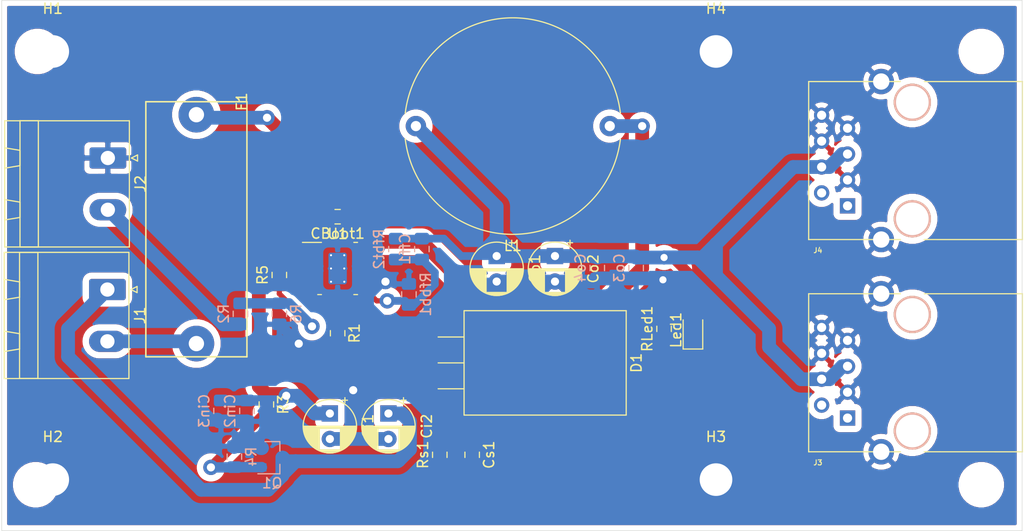
<source format=kicad_pcb>
(kicad_pcb (version 20171130) (host pcbnew 5.1.4-e60b266~84~ubuntu18.04.1)
  (layers (0 F.Cu signal) (31 B.Cu signal) (34 B.Paste user hide) (35 F.Paste user hide) (36 B.SilkS user hide) (37 F.SilkS user) (38 B.Mask user hide) (39 F.Mask user hide) (44 Edge.Cuts user))
  (net 0 "")
  (net 1 "Net-(F1-Pad2)")
  (net 2 "Net-(CBoot1-Pad2)")
  (net 3 "Net-(CBoot1-Pad1)")
  (net 4 GND)
  (net 5 "Net-(Led1-Pad1)")
  (net 6 "Net-(R1-Pad1)")
  (net 7 /Feedback)
  (net 8 "Net-(Ci1-Pad2)")
  (net 9 "Net-(Ci1-Pad1)")
  (net 10 "Net-(Ci2-Pad1)")
  (net 11 /snbr)
  (net 12 "Net-(J2-Pad2)")
  (net 13 "Net-(Q1-Pad1)")
  (net 14 "Net-(R2-Pad1)")
  (net 15 /CAN_18V)
  (module MFP19RJ45:RJ45_YH59_01 (layer F.Cu) (at 171.896 155.15 90)
    (fp_text reference J4 (at -4.364296 -2.909696 180) (layer F.SilkS) (effects (font (size 0.5 0.5) (thickness 0.1))))
    (fp_text value RJ45_Shielded)
    (pad "" np_thru_hole circle (at 10.165 6.346 90) (size 3.65 3.65) (drill 3.2) (layers *.Cu *.SilkS *.Mask))
    (pad "" np_thru_hole circle (at -1.265 6.346 90) (size 3.65 3.65) (drill 3.2) (layers *.Cu *.SilkS *.Mask))
    (pad 1 thru_hole rect (at 0.005 -0.004 90) (size 1.5 1.5) (drill 0.9) (layers *.Cu *.Mask))
    (pad 2 thru_hole circle (at 1.275 -2.544 90) (size 1.5 1.5) (drill 0.9) (layers *.Cu *.Mask))
    (pad 3 thru_hole circle (at 2.545 -0.004 90) (size 1.5 1.5) (drill 0.9) (layers *.Cu *.Mask) (net 4 GND))
    (pad 4 thru_hole circle (at 3.815 -2.544 90) (size 1.5 1.5) (drill 0.9) (layers *.Cu *.Mask) (net 15 /CAN_18V))
    (pad 5 thru_hole circle (at 5.085 -0.004 90) (size 1.5 1.5) (drill 0.9) (layers *.Cu *.Mask) (net 15 /CAN_18V))
    (pad 6 thru_hole circle (at 6.355 -2.544 90) (size 1.5 1.5) (drill 0.9) (layers *.Cu *.Mask) (net 4 GND))
    (pad 7 thru_hole circle (at 7.625 -0.004 90) (size 1.5 1.5) (drill 0.9) (layers *.Cu *.Mask) (net 4 GND))
    (pad 8 thru_hole circle (at 8.895 -2.544 90) (size 1.5 1.5) (drill 0.9) (layers *.Cu *.Mask) (net 4 GND))
    (pad 9 thru_hole circle (at -3.3 3.296 90) (size 2.5 2.5) (drill 1.6) (layers *.Cu *.Mask) (net 4 GND))
    (pad 9 thru_hole circle (at 12.2 3.296 90) (size 2.5 2.5) (drill 1.6) (layers *.Cu *.Mask) (net 4 GND))
  )
  (module MFP19RJ45:RJ45_YH59_01 (layer F.Cu) (at 171.896 175.968 90)
    (fp_text reference J3 (at -4.364296 -2.909696 180) (layer F.SilkS) (effects (font (size 0.5 0.5) (thickness 0.1))))
    (fp_text value RJ45_Shielded)
    (pad "" np_thru_hole circle (at 10.165 6.346 90) (size 3.65 3.65) (drill 3.2) (layers *.Cu *.SilkS *.Mask))
    (pad "" np_thru_hole circle (at -1.265 6.346 90) (size 3.65 3.65) (drill 3.2) (layers *.Cu *.SilkS *.Mask))
    (pad 1 thru_hole rect (at 0.005 -0.004 90) (size 1.5 1.5) (drill 0.9) (layers *.Cu *.Mask))
    (pad 2 thru_hole circle (at 1.275 -2.544 90) (size 1.5 1.5) (drill 0.9) (layers *.Cu *.Mask))
    (pad 3 thru_hole circle (at 2.545 -0.004 90) (size 1.5 1.5) (drill 0.9) (layers *.Cu *.Mask) (net 4 GND))
    (pad 4 thru_hole circle (at 3.815 -2.544 90) (size 1.5 1.5) (drill 0.9) (layers *.Cu *.Mask) (net 15 /CAN_18V))
    (pad 5 thru_hole circle (at 5.085 -0.004 90) (size 1.5 1.5) (drill 0.9) (layers *.Cu *.Mask) (net 15 /CAN_18V))
    (pad 6 thru_hole circle (at 6.355 -2.544 90) (size 1.5 1.5) (drill 0.9) (layers *.Cu *.Mask) (net 4 GND))
    (pad 7 thru_hole circle (at 7.625 -0.004 90) (size 1.5 1.5) (drill 0.9) (layers *.Cu *.Mask) (net 4 GND))
    (pad 8 thru_hole circle (at 8.895 -2.544 90) (size 1.5 1.5) (drill 0.9) (layers *.Cu *.Mask) (net 4 GND))
    (pad 9 thru_hole circle (at -3.3 3.296 90) (size 2.5 2.5) (drill 1.6) (layers *.Cu *.Mask) (net 4 GND))
    (pad 9 thru_hole circle (at 12.2 3.296 90) (size 2.5 2.5) (drill 1.6) (layers *.Cu *.Mask) (net 4 GND))
  )
  (module KicadZeniteSolarLibrary18:Fuse_Holder_5x20 (layer F.Cu) (at 113.03 144.9324 270)
    (fp_text reference F1 (at 0 0.5 90) (layer F.SilkS))
    (fp_text value 2A)
    (pad 1 thru_hole circle (at 1.27 4.953 270) (size 3.5 3.5) (drill 1.5) (layers *.Cu *.Mask) (net 9 "Net-(Ci1-Pad1)"))
    (pad 2 thru_hole circle (at 23.7236 4.953 270) (size 3.5 3.5) (drill 1.5) (layers *.Cu *.Mask) (net 1 "Net-(F1-Pad2)"))
  )
  (module MountingHole:MountingHole_3.2mm_M3 (layer F.Cu) (at 159 140)
    (fp_text reference H4 (at 0 -4.2) (layer F.SilkS))
    (fp_text value MountingHole)
    (pad 1 np_thru_hole circle (at 0 0) (size 3.2 3.2) (drill 3.2) (layers *.Cu *.Mask))
  )
  (module MountingHole:MountingHole_3.2mm_M3 (layer F.Cu) (at 159 182)
    (fp_text reference H3 (at 0 -4.2) (layer F.SilkS))
    (fp_text value MountingHole)
    (pad 1 np_thru_hole circle (at 0 0) (size 3.2 3.2) (drill 3.2) (layers *.Cu *.Mask))
  )
  (module MountingHole:MountingHole_3.2mm_M3 (layer F.Cu) (at 94 182)
    (fp_text reference H2 (at 0 -4.2) (layer F.SilkS))
    (fp_text value MountingHole)
    (pad 1 np_thru_hole circle (at 0 0) (size 3.2 3.2) (drill 3.2) (layers *.Cu *.Mask))
  )
  (module MountingHole:MountingHole_3.2mm_M3 (layer F.Cu) (at 94 140)
    (fp_text reference H1 (at 0 -4.2) (layer F.SilkS))
    (fp_text value MountingHole)
    (pad 1 np_thru_hole circle (at 0 0) (size 3.2 3.2) (drill 3.2) (layers *.Cu *.Mask))
  )
  (module Resistor_SMD:R_0805_2012Metric_Pad1.15x1.40mm_HandSolder (layer B.Cu) (at 111.8 179.75 90)
    (fp_text reference R4 (at 0 1.65 270) (layer B.SilkS) (effects (justify mirror)))
    (fp_text value 100K)
    (pad 2 smd roundrect (at 1.025 0 90) (size 1.15 1.4) (layers B.Cu B.Paste B.Mask) (roundrect_rratio 0.217391) (net 4 GND))
    (pad 1 smd roundrect (at -1.025 0 90) (size 1.15 1.4) (layers B.Cu B.Paste B.Mask) (roundrect_rratio 0.217391) (net 13 "Net-(Q1-Pad1)"))
  )
  (module Package_SO:Texas_R-PDSO-G8_EP2.95x4.9mm_Mask2.4x3.1mm_ThermalVias (layer F.Cu) (at 121.92 161.29)
    (fp_text reference U1 (at 0 -3.4) (layer F.SilkS))
    (fp_text value LMR16030)
    (pad 8 smd roundrect (at 2.5625 -1.905) (size 1.775 0.6) (layers F.Cu F.Paste F.Mask) (net 3 "Net-(CBoot1-Pad1)"))
    (pad 7 smd roundrect (at 2.5625 -0.635) (size 1.775 0.6) (layers F.Cu F.Paste F.Mask) (net 4 GND))
    (pad 6 smd roundrect (at 2.5625 0.635) (size 1.775 0.6) (layers F.Cu F.Paste F.Mask))
    (pad 5 smd roundrect (at 2.5625 1.905) (size 1.775 0.6) (layers F.Cu F.Paste F.Mask) (net 7 /Feedback))
    (pad 4 smd roundrect (at -2.5625 1.905) (size 1.775 0.6) (layers F.Cu F.Paste F.Mask) (net 6 "Net-(R1-Pad1)"))
    (pad 3 smd roundrect (at -2.5625 0.635) (size 1.775 0.6) (layers F.Cu F.Paste F.Mask) (net 14 "Net-(R2-Pad1)"))
    (pad 2 smd roundrect (at -2.5625 -0.635) (size 1.775 0.6) (layers F.Cu F.Paste F.Mask) (net 9 "Net-(Ci1-Pad1)"))
    (pad 1 smd roundrect (at -2.5625 -1.905) (size 1.775 0.6) (layers F.Cu F.Paste F.Mask) (net 2 "Net-(CBoot1-Pad2)"))
    (pad 9 smd roundrect (at 0 0) (size 1.8 3.1) (layers B.Cu) (roundrect_rratio 0.138889) (net 4 GND))
    (pad 9 thru_hole circle (at 0.65 1.3) (size 0.5 0.5) (drill 0.2) (layers *.Cu) (net 4 GND))
    (pad 9 thru_hole circle (at -0.65 1.3) (size 0.5 0.5) (drill 0.2) (layers *.Cu) (net 4 GND))
    (pad 9 thru_hole circle (at 0.65 0) (size 0.5 0.5) (drill 0.2) (layers *.Cu) (net 4 GND))
    (pad 9 thru_hole circle (at -0.65 0) (size 0.5 0.5) (drill 0.2) (layers *.Cu) (net 4 GND))
    (pad 9 thru_hole circle (at 0.65 -1.3) (size 0.5 0.5) (drill 0.2) (layers *.Cu) (net 4 GND))
    (pad 9 thru_hole circle (at -0.65 -1.3) (size 0.5 0.5) (drill 0.2) (layers *.Cu) (net 4 GND))
    (pad 9 smd roundrect (at 0 0) (size 2.95 4.9) (layers F.Cu) (roundrect_rratio 0.084746) (net 4 GND))
  )
  (module Resistor_SMD:R_0805_2012Metric_Pad1.15x1.40mm_HandSolder (layer F.Cu) (at 131.93 179.565 90)
    (fp_text reference Rs1 (at 0 -1.65 90) (layer F.SilkS))
    (fp_text value 2k2)
    (pad 2 smd roundrect (at 1.025 0 90) (size 1.15 1.4) (layers F.Cu F.Paste F.Mask) (roundrect_rratio 0.217391) (net 4 GND))
    (pad 1 smd roundrect (at -1.025 0 90) (size 1.15 1.4) (layers F.Cu F.Paste F.Mask) (roundrect_rratio 0.217391) (net 11 /snbr))
  )
  (module Resistor_SMD:R_0805_2012Metric_Pad1.15x1.40mm_HandSolder (layer F.Cu) (at 153.91 167.21 90)
    (fp_text reference RLed1 (at 0 -1.65 90) (layer F.SilkS))
    (fp_text value 1k5)
    (pad 2 smd roundrect (at 1.025 0 90) (size 1.15 1.4) (layers F.Cu F.Paste F.Mask) (roundrect_rratio 0.217391) (net 4 GND))
    (pad 1 smd roundrect (at -1.025 0 90) (size 1.15 1.4) (layers F.Cu F.Paste F.Mask) (roundrect_rratio 0.217391) (net 5 "Net-(Led1-Pad1)"))
  )
  (module Resistor_SMD:R_0805_2012Metric_Pad1.15x1.40mm_HandSolder (layer B.Cu) (at 127.635 159.385 270)
    (fp_text reference Rfbt2 (at 0 1.65 270) (layer B.SilkS) (effects (justify mirror)))
    (fp_text value 230k)
    (pad 2 smd roundrect (at 1.025 0 270) (size 1.15 1.4) (layers B.Cu B.Paste B.Mask) (roundrect_rratio 0.217391) (net 7 /Feedback))
    (pad 1 smd roundrect (at -1.025 0 270) (size 1.15 1.4) (layers B.Cu B.Paste B.Mask) (roundrect_rratio 0.217391) (net 15 /CAN_18V))
  )
  (module Resistor_SMD:R_0805_2012Metric_Pad1.15x1.40mm_HandSolder (layer B.Cu) (at 128.905 163.83 90)
    (fp_text reference Rfbb1 (at 0 1.65 270) (layer B.SilkS) (effects (justify mirror)))
    (fp_text value 8k2)
    (pad 2 smd roundrect (at 1.025 0 90) (size 1.15 1.4) (layers B.Cu B.Paste B.Mask) (roundrect_rratio 0.217391) (net 4 GND))
    (pad 1 smd roundrect (at -1.025 0 90) (size 1.15 1.4) (layers B.Cu B.Paste B.Mask) (roundrect_rratio 0.217391) (net 7 /Feedback))
  )
  (module Resistor_SMD:R_0805_2012Metric_Pad1.15x1.40mm_HandSolder (layer B.Cu) (at 116.205 165.735 90)
    (fp_text reference R6 (at 0 1.65 270) (layer B.SilkS) (effects (justify mirror)))
    (fp_text value NA)
    (pad 2 smd roundrect (at 1.025 0 90) (size 1.15 1.4) (layers B.Cu B.Paste B.Mask) (roundrect_rratio 0.217391) (net 14 "Net-(R2-Pad1)"))
    (pad 1 smd roundrect (at -1.025 0 90) (size 1.15 1.4) (layers B.Cu B.Paste B.Mask) (roundrect_rratio 0.217391) (net 4 GND))
  )
  (module Resistor_SMD:R_0805_2012Metric_Pad1.15x1.40mm_HandSolder (layer F.Cu) (at 116.205 161.925 90)
    (fp_text reference R5 (at 0 -1.65 90) (layer F.SilkS))
    (fp_text value 10K)
    (pad 2 smd roundrect (at 1.025 0 90) (size 1.15 1.4) (layers F.Cu F.Paste F.Mask) (roundrect_rratio 0.217391) (net 9 "Net-(Ci1-Pad1)"))
    (pad 1 smd roundrect (at -1.025 0 90) (size 1.15 1.4) (layers F.Cu F.Paste F.Mask) (roundrect_rratio 0.217391) (net 14 "Net-(R2-Pad1)"))
  )
  (module Resistor_SMD:R_0805_2012Metric_Pad1.15x1.40mm_HandSolder (layer F.Cu) (at 114.935 174.625 270)
    (fp_text reference R3 (at 0 -1.65 90) (layer F.SilkS))
    (fp_text value 220K)
    (pad 2 smd roundrect (at 1.025 0 270) (size 1.15 1.4) (layers F.Cu F.Paste F.Mask) (roundrect_rratio 0.217391) (net 13 "Net-(Q1-Pad1)"))
    (pad 1 smd roundrect (at -1.025 0 270) (size 1.15 1.4) (layers F.Cu F.Paste F.Mask) (roundrect_rratio 0.217391) (net 9 "Net-(Ci1-Pad1)"))
  )
  (module Resistor_SMD:R_0805_2012Metric_Pad1.15x1.40mm_HandSolder (layer B.Cu) (at 112.395 165.735 270)
    (fp_text reference R2 (at 0 1.65 270) (layer B.SilkS) (effects (justify mirror)))
    (fp_text value 100)
    (pad 2 smd roundrect (at 1.025 0 270) (size 1.15 1.4) (layers B.Cu B.Paste B.Mask) (roundrect_rratio 0.217391) (net 12 "Net-(J2-Pad2)"))
    (pad 1 smd roundrect (at -1.025 0 270) (size 1.15 1.4) (layers B.Cu B.Paste B.Mask) (roundrect_rratio 0.217391) (net 14 "Net-(R2-Pad1)"))
  )
  (module Resistor_SMD:R_0805_2012Metric_Pad1.15x1.40mm_HandSolder (layer F.Cu) (at 121.92 167.64 270)
    (fp_text reference R1 (at 0 -1.65 90) (layer F.SilkS))
    (fp_text value 47k)
    (pad 2 smd roundrect (at 1.025 0 270) (size 1.15 1.4) (layers F.Cu F.Paste F.Mask) (roundrect_rratio 0.217391) (net 4 GND))
    (pad 1 smd roundrect (at -1.025 0 270) (size 1.15 1.4) (layers F.Cu F.Paste F.Mask) (roundrect_rratio 0.217391) (net 6 "Net-(R1-Pad1)"))
  )
  (module Package_TO_SOT_SMD:SOT-23 (layer B.Cu) (at 115.5 179.85)
    (fp_text reference Q1 (at 0 2.5) (layer B.SilkS) (effects (justify mirror)))
    (fp_text value Si2308CDS)
    (pad 3 smd rect (at 1 0) (size 0.9 0.8) (layers B.Cu B.Paste B.Mask) (net 10 "Net-(Ci2-Pad1)"))
    (pad 2 smd rect (at -1 -0.95) (size 0.9 0.8) (layers B.Cu B.Paste B.Mask) (net 4 GND))
    (pad 1 smd rect (at -1 0.95) (size 0.9 0.8) (layers B.Cu B.Paste B.Mask) (net 13 "Net-(Q1-Pad1)"))
  )
  (module LED_SMD:LED_0805_2012Metric_Pad1.15x1.40mm_HandSolder (layer F.Cu) (at 156.74 167.33 90)
    (fp_text reference Led1 (at 0 -1.65 90) (layer F.SilkS))
    (fp_text value LED)
    (pad 2 smd roundrect (at 1.025 0 90) (size 1.15 1.4) (layers F.Cu F.Paste F.Mask) (roundrect_rratio 0.217391) (net 15 /CAN_18V))
    (pad 1 smd roundrect (at -1.025 0 90) (size 1.15 1.4) (layers F.Cu F.Paste F.Mask) (roundrect_rratio 0.217391) (net 5 "Net-(Led1-Pad1)"))
  )
  (module Inductor_THT:L_Radial_D21.0mm_P19.00mm (layer F.Cu) (at 148.59 147.32 180)
    (fp_text reference L1 (at 9.5 -11.75) (layer F.SilkS))
    (fp_text value 100uH)
    (pad 2 thru_hole circle (at 19 0 180) (size 2 2) (drill 1) (layers *.Cu *.Mask) (net 15 /CAN_18V))
    (pad 1 thru_hole circle (at 0 0 180) (size 2 2) (drill 1) (layers *.Cu *.Mask) (net 3 "Net-(CBoot1-Pad1)"))
  )
  (module Connector_Phoenix_MSTB:PhoenixContact_MSTBA_2,5_2-G-5,08_1x02_P5.08mm_Horizontal (layer F.Cu) (at 99.4 150.45 270)
    (fp_text reference J2 (at 2.54 -3.2 90) (layer F.SilkS))
    (fp_text value MSTBA)
    (pad 2 thru_hole oval (at 5.08 0 270) (size 2.08 3.6) (drill 1.4) (layers *.Cu *.Mask) (net 12 "Net-(J2-Pad2)"))
    (pad 1 thru_hole roundrect (at 0 0 270) (size 2.08 3.6) (drill 1.4) (layers *.Cu *.Mask) (roundrect_rratio 0.120192) (net 4 GND))
  )
  (module Connector_Phoenix_MSTB:PhoenixContact_MSTBA_2,5_2-G-5,08_1x02_P5.08mm_Horizontal (layer F.Cu) (at 99.355 163.355 270)
    (fp_text reference J1 (at 2.54 -3.2 90) (layer F.SilkS))
    (fp_text value MSTBA)
    (pad 2 thru_hole oval (at 5.08 0 270) (size 2.08 3.6) (drill 1.4) (layers *.Cu *.Mask) (net 1 "Net-(F1-Pad2)"))
    (pad 1 thru_hole roundrect (at 0 0 270) (size 2.08 3.6) (drill 1.4) (layers *.Cu *.Mask) (roundrect_rratio 0.120192) (net 10 "Net-(Ci2-Pad1)"))
  )
  (module Capacitor_SMD:C_0805_2012Metric_Pad1.15x1.40mm_HandSolder (layer F.Cu) (at 135.105 179.565 270)
    (fp_text reference Cs1 (at 0 -1.65 90) (layer F.SilkS))
    (fp_text value 100n)
    (pad 2 smd roundrect (at 1.025 0 270) (size 1.15 1.4) (layers F.Cu F.Paste F.Mask) (roundrect_rratio 0.217391) (net 11 /snbr))
    (pad 1 smd roundrect (at -1.025 0 270) (size 1.15 1.4) (layers F.Cu F.Paste F.Mask) (roundrect_rratio 0.217391) (net 3 "Net-(CBoot1-Pad1)"))
  )
  (module Capacitor_SMD:C_0805_2012Metric_Pad1.15x1.40mm_HandSolder (layer B.Cu) (at 147.365 161.24 270)
    (fp_text reference Co4 (at 0 1.65 270) (layer B.SilkS) (effects (justify mirror)))
    (fp_text value 0.1u)
    (pad 2 smd roundrect (at 1.025 0 270) (size 1.15 1.4) (layers B.Cu B.Paste B.Mask) (roundrect_rratio 0.217391) (net 4 GND))
    (pad 1 smd roundrect (at -1.025 0 270) (size 1.15 1.4) (layers B.Cu B.Paste B.Mask) (roundrect_rratio 0.217391) (net 15 /CAN_18V))
  )
  (module Capacitor_SMD:C_0805_2012Metric_Pad1.15x1.40mm_HandSolder (layer B.Cu) (at 151.175 161.24 270)
    (fp_text reference Co3 (at 0 1.65 270) (layer B.SilkS) (effects (justify mirror)))
    (fp_text value o.1u)
    (pad 2 smd roundrect (at 1.025 0 270) (size 1.15 1.4) (layers B.Cu B.Paste B.Mask) (roundrect_rratio 0.217391) (net 4 GND))
    (pad 1 smd roundrect (at -1.025 0 270) (size 1.15 1.4) (layers B.Cu B.Paste B.Mask) (roundrect_rratio 0.217391) (net 15 /CAN_18V))
  )
  (module Capacitor_THT:CP_Radial_D5.0mm_P2.50mm (layer F.Cu) (at 143.22 160.07 270)
    (fp_text reference Co2 (at 1.25 -3.75 90) (layer F.SilkS))
    (fp_text value 47u)
    (pad 2 thru_hole circle (at 2.5 0 270) (size 1.6 1.6) (drill 0.8) (layers *.Cu *.Mask) (net 4 GND))
    (pad 1 thru_hole rect (at 0 0 270) (size 1.6 1.6) (drill 0.8) (layers *.Cu *.Mask) (net 15 /CAN_18V))
  )
  (module Capacitor_THT:CP_Radial_D5.0mm_P2.50mm (layer F.Cu) (at 137.505 160.07 270)
    (fp_text reference Co1 (at 1.25 -3.75 90) (layer F.SilkS))
    (fp_text value 47u)
    (pad 2 thru_hole circle (at 2.5 0 270) (size 1.6 1.6) (drill 0.8) (layers *.Cu *.Mask) (net 4 GND))
    (pad 1 thru_hole rect (at 0 0 270) (size 1.6 1.6) (drill 0.8) (layers *.Cu *.Mask) (net 15 /CAN_18V))
  )
  (module Capacitor_SMD:C_0805_2012Metric_Pad1.15x1.40mm_HandSolder (layer B.Cu) (at 110.49 175.26 270)
    (fp_text reference Cin3 (at 0 1.65 270) (layer B.SilkS) (effects (justify mirror)))
    (fp_text value 100nF)
    (pad 2 smd roundrect (at 1.025 0 270) (size 1.15 1.4) (layers B.Cu B.Paste B.Mask) (roundrect_rratio 0.217391) (net 4 GND))
    (pad 1 smd roundrect (at -1.025 0 270) (size 1.15 1.4) (layers B.Cu B.Paste B.Mask) (roundrect_rratio 0.217391) (net 9 "Net-(Ci1-Pad1)"))
  )
  (module Capacitor_SMD:C_0805_2012Metric_Pad1.15x1.40mm_HandSolder (layer B.Cu) (at 113.03 175.26 270)
    (fp_text reference Cin2 (at 0 1.65 270) (layer B.SilkS) (effects (justify mirror)))
    (fp_text value 100nF)
    (pad 2 smd roundrect (at 1.025 0 270) (size 1.15 1.4) (layers B.Cu B.Paste B.Mask) (roundrect_rratio 0.217391) (net 4 GND))
    (pad 1 smd roundrect (at -1.025 0 270) (size 1.15 1.4) (layers B.Cu B.Paste B.Mask) (roundrect_rratio 0.217391) (net 9 "Net-(Ci1-Pad1)"))
  )
  (module Capacitor_THT:CP_Radial_D5.0mm_P2.50mm (layer F.Cu) (at 126.9 175.514 270)
    (fp_text reference Ci2 (at 1.25 -3.75 90) (layer F.SilkS))
    (fp_text value 10u)
    (pad 2 thru_hole circle (at 2.5 0 270) (size 1.6 1.6) (drill 0.8) (layers *.Cu *.Mask) (net 8 "Net-(Ci1-Pad2)"))
    (pad 1 thru_hole rect (at 0 0 270) (size 1.6 1.6) (drill 0.8) (layers *.Cu *.Mask) (net 10 "Net-(Ci2-Pad1)"))
  )
  (module Capacitor_THT:CP_Radial_D5.0mm_P2.50mm (layer F.Cu) (at 121.158 175.514 270)
    (fp_text reference Ci1 (at 1.25 -3.75 90) (layer F.SilkS))
    (fp_text value 10u)
    (pad 2 thru_hole circle (at 2.5 0 270) (size 1.6 1.6) (drill 0.8) (layers *.Cu *.Mask) (net 8 "Net-(Ci1-Pad2)"))
    (pad 1 thru_hole rect (at 0 0 270) (size 1.6 1.6) (drill 0.8) (layers *.Cu *.Mask) (net 9 "Net-(Ci1-Pad1)"))
  )
  (module Capacitor_SMD:C_0805_2012Metric_Pad1.15x1.40mm_HandSolder (layer B.Cu) (at 130.175 159.385 270)
    (fp_text reference Cff1 (at 0 1.65 270) (layer B.SilkS) (effects (justify mirror)))
    (fp_text value na)
    (pad 2 smd roundrect (at 1.025 0 270) (size 1.15 1.4) (layers B.Cu B.Paste B.Mask) (roundrect_rratio 0.217391) (net 7 /Feedback))
    (pad 1 smd roundrect (at -1.025 0 270) (size 1.15 1.4) (layers B.Cu B.Paste B.Mask) (roundrect_rratio 0.217391) (net 15 /CAN_18V))
  )
  (module Capacitor_SMD:C_0805_2012Metric_Pad1.15x1.40mm_HandSolder (layer F.Cu) (at 121.92 156.21 180)
    (fp_text reference CBoot1 (at 0 -1.65) (layer F.SilkS))
    (fp_text value 100nF)
    (pad 2 smd roundrect (at 1.025 0 180) (size 1.15 1.4) (layers F.Cu F.Paste F.Mask) (roundrect_rratio 0.217391) (net 2 "Net-(CBoot1-Pad2)"))
    (pad 1 smd roundrect (at -1.025 0 180) (size 1.15 1.4) (layers F.Cu F.Paste F.Mask) (roundrect_rratio 0.217391) (net 3 "Net-(CBoot1-Pad1)"))
  )
  (module Package_TO_SOT_THT:TO-220-3_Horizontal_TabDown_SMD (layer F.Cu) (at 130.62 168.01 270)
    (fp_text reference D1 (at 2.54 -20.58 90) (layer F.SilkS))
    (fp_text value MBR20200CTG)
    (pad 3 smd rect (at 5.08 0 270) (size 1.905 4) (layers F.Cu F.Paste F.Mask) (net 4 GND))
    (pad 2 smd rect (at 2.54 0 270) (size 1.905 4) (layers F.Cu F.Paste F.Mask) (net 3 "Net-(CBoot1-Pad1)"))
    (pad 1 smd rect (at 0 0 270) (size 1.905 4) (layers F.Cu F.Paste F.Mask) (net 4 GND))
    (pad 2 smd rect (at 2.54 -11.43 270) (size 12 17) (layers F.Cu F.Paste F.Mask) (net 3 "Net-(CBoot1-Pad1)"))
  )
  (gr_line (start 89 187) (end 89 135) (layer Edge.Cuts) (width 0.05))
  (gr_line (start 189 187) (end 89 187) (layer Edge.Cuts) (width 0.05))
  (gr_line (start 189 135) (end 189 187) (layer Edge.Cuts) (width 0.05))
  (gr_line (start 89 135) (end 189 135) (layer Edge.Cuts) (width 0.05))
  (segment (start 107.856 168.435) (end 108.077 168.656) (width 1.35) (layer B.Cu) (net 1))
  (segment (start 99.355 168.435) (end 107.856 168.435) (width 1.35) (layer B.Cu) (net 1))
  (segment (start 119.3575 157.7475) (end 119.3575 159.385) (width 0.508) (layer F.Cu) (net 2))
  (segment (start 120.895 156.21) (end 119.3575 157.7475) (width 0.508) (layer F.Cu) (net 2))
  (segment (start 124.4825 157.7475) (end 124.4825 159.385) (width 0.508) (layer F.Cu) (net 3))
  (segment (start 122.945 156.21) (end 124.4825 157.7475) (width 0.508) (layer F.Cu) (net 3))
  (segment (start 148.59 147.32) (end 151.765 147.32) (width 1.35) (layer B.Cu) (net 3))
  (segment (start 151.765 147.32) (end 151.765 161.25) (width 1.35) (layer F.Cu) (net 3))
  (via (at 151.765 147.32) (size 1.5) (drill 0.8) (layers F.Cu B.Cu) (net 3))
  (segment (start 142.2 170.815) (end 139.7 170.815) (width 1.35) (layer F.Cu) (net 3))
  (segment (start 137.2 170.815) (end 139.7 170.815) (width 1.35) (layer F.Cu) (net 3))
  (segment (start 135.105 176.095) (end 140.75 170.45) (width 0.508) (layer F.Cu) (net 3))
  (segment (start 130.62 170.55) (end 142.05 170.55) (width 1.35) (layer F.Cu) (net 3))
  (segment (start 135.105 177.495) (end 142.05 170.55) (width 1.35) (layer F.Cu) (net 3))
  (segment (start 135.105 178.54) (end 135.105 177.495) (width 1.35) (layer F.Cu) (net 3))
  (segment (start 124.70501 158.669991) (end 124.70501 158.7675) (width 1.35) (layer F.Cu) (net 3))
  (segment (start 130.169991 158.669991) (end 124.70501 158.669991) (width 1.35) (layer F.Cu) (net 3))
  (segment (start 135.105 177.105) (end 134.2 176.2) (width 1.35) (layer F.Cu) (net 3))
  (segment (start 135.105 177.495) (end 135.105 177.105) (width 1.35) (layer F.Cu) (net 3))
  (segment (start 134.25 164.45) (end 134.8 165) (width 1.35) (layer F.Cu) (net 3))
  (segment (start 134.25 162.75) (end 134.25 164.45) (width 1.35) (layer F.Cu) (net 3))
  (segment (start 134.25 162.75) (end 130.169991 158.669991) (width 1.35) (layer F.Cu) (net 3))
  (segment (start 142.05 170.55) (end 134.25 162.75) (width 1.35) (layer F.Cu) (net 3))
  (segment (start 149.9075 165.2925) (end 149.8 165.4) (width 1.35) (layer F.Cu) (net 3))
  (segment (start 149.9075 163.1075) (end 149.9075 165.2925) (width 1.35) (layer F.Cu) (net 3))
  (segment (start 149.9075 163.1075) (end 142.2 170.815) (width 1.35) (layer F.Cu) (net 3))
  (segment (start 151.765 161.25) (end 149.9075 163.1075) (width 1.35) (layer F.Cu) (net 3))
  (segment (start 147.22 160.07) (end 147.365 160.215) (width 1.35) (layer B.Cu) (net 15))
  (segment (start 143.22 160.07) (end 147.22 160.07) (width 1.35) (layer B.Cu) (net 15))
  (via (at 153.91 160.21) (size 1.2) (drill 0.7) (layers F.Cu B.Cu) (net 15))
  (segment (start 137.505 155.235) (end 129.59 147.32) (width 1.35) (layer B.Cu) (net 15))
  (segment (start 151.175 160.215) (end 151.175 160.125) (width 1.35) (layer B.Cu) (net 15))
  (segment (start 147.48 160.1) (end 151.06 160.1) (width 1.35) (layer B.Cu) (net 15))
  (segment (start 147.365 160.215) (end 147.48 160.1) (width 1.35) (layer B.Cu) (net 15))
  (segment (start 151.06 160.1) (end 151.175 160.215) (width 1.35) (layer B.Cu) (net 15))
  (segment (start 122.555 160.655) (end 121.92 161.29) (width 0.508) (layer F.Cu) (net 4))
  (segment (start 124.4825 160.655) (end 122.555 160.655) (width 0.508) (layer F.Cu) (net 4))
  (segment (start 113.185 176.44) (end 113.03 176.285) (width 0.508) (layer B.Cu) (net 4))
  (via (at 126.605 162.580623) (size 1.5) (drill 0.8) (layers F.Cu B.Cu) (net 4))
  (segment (start 126.365 162.340623) (end 126.605 162.580623) (width 0.508) (layer F.Cu) (net 4))
  (segment (start 126.365 160.655) (end 126.365 162.340623) (width 0.508) (layer F.Cu) (net 4))
  (segment (start 124.4825 160.655) (end 126.365 160.655) (width 0.508) (layer F.Cu) (net 4))
  (segment (start 126.829377 162.805) (end 126.605 162.580623) (width 0.508) (layer B.Cu) (net 4))
  (segment (start 128.905 162.805) (end 126.829377 162.805) (width 0.508) (layer B.Cu) (net 4))
  (segment (start 133.625806 162.52) (end 135.255 162.52) (width 0.762) (layer B.Cu) (net 4))
  (segment (start 135.255 162.52) (end 135.305 162.57) (width 0.762) (layer B.Cu) (net 4))
  (segment (start 135.305 162.57) (end 137.505 162.57) (width 0.762) (layer B.Cu) (net 4))
  (segment (start 129.775806 166.37) (end 133.625806 162.52) (width 0.762) (layer B.Cu) (net 4))
  (segment (start 126.482278 166.37) (end 129.775806 166.37) (width 0.762) (layer B.Cu) (net 4))
  (segment (start 125.095 164.982722) (end 126.482278 166.37) (width 0.762) (layer B.Cu) (net 4))
  (segment (start 125.095 163.947278) (end 125.095 164.982722) (width 0.762) (layer B.Cu) (net 4))
  (segment (start 126.605 162.580623) (end 126.461655 162.580623) (width 0.762) (layer B.Cu) (net 4))
  (segment (start 126.461655 162.580623) (end 125.095 163.947278) (width 0.762) (layer B.Cu) (net 4))
  (segment (start 124.42 173.355) (end 123.276528 173.355) (width 0.508) (layer B.Cu) (net 4))
  (segment (start 124.038542 173.355) (end 123.276528 173.355) (width 0.508) (layer B.Cu) (net 4))
  (via (at 123.444 173.227992) (size 1.5) (drill 0.8) (layers F.Cu B.Cu) (net 4))
  (segment (start 123.276528 173.355) (end 123.403536 173.227992) (width 0.508) (layer B.Cu) (net 4))
  (segment (start 123.403536 173.227992) (end 123.444 173.227992) (width 0.508) (layer B.Cu) (net 4))
  (segment (start 112.776 176.539) (end 113.03 176.285) (width 0.508) (layer B.Cu) (net 4))
  (segment (start 121.92 168.665) (end 118.11001 168.665) (width 0.508) (layer F.Cu) (net 4))
  (segment (start 118.11001 168.665) (end 118.11 168.66499) (width 0.508) (layer F.Cu) (net 4))
  (via (at 118.11 168.66499) (size 1.5) (drill 0.8) (layers F.Cu B.Cu) (net 4))
  (segment (start 124.872008 173.227992) (end 123.444 173.227992) (width 1.35) (layer F.Cu) (net 4))
  (segment (start 125.85 172.25) (end 124.872008 173.227992) (width 1.35) (layer F.Cu) (net 4))
  (segment (start 131.75 178.36) (end 131.93 178.54) (width 1.35) (layer F.Cu) (net 4))
  (segment (start 131.75 174.15) (end 131.75 178.36) (width 1.35) (layer F.Cu) (net 4))
  (segment (start 129.32 172.99) (end 130.59 172.99) (width 1.35) (layer F.Cu) (net 4))
  (segment (start 130.59 172.99) (end 131.75 174.15) (width 1.35) (layer F.Cu) (net 4))
  (segment (start 125.85 169.35) (end 125.85 172.25) (width 1.35) (layer F.Cu) (net 4))
  (segment (start 130.62 168.01) (end 127.19 168.01) (width 1.35) (layer F.Cu) (net 4))
  (segment (start 127.19 168.01) (end 125.85 169.35) (width 1.35) (layer F.Cu) (net 4))
  (segment (start 126.69 173.09) (end 130.62 173.09) (width 1.35) (layer F.Cu) (net 4))
  (segment (start 125.85 172.25) (end 126.69 173.09) (width 1.35) (layer F.Cu) (net 4))
  (segment (start 147.06 162.57) (end 147.365 162.265) (width 1.35) (layer B.Cu) (net 4))
  (segment (start 143.22 162.57) (end 147.06 162.57) (width 1.35) (layer B.Cu) (net 4))
  (segment (start 147.365 162.265) (end 151.175 162.265) (width 1.35) (layer B.Cu) (net 4))
  (segment (start 130.62 165.23) (end 130.62 168.01) (width 1.35) (layer F.Cu) (net 4))
  (segment (start 129.3 161.65) (end 128.59901 160.94901) (width 1.35) (layer F.Cu) (net 4))
  (segment (start 130.7 163.05) (end 130.7 165.15) (width 1.35) (layer F.Cu) (net 4))
  (segment (start 129.3 161.65) (end 130.7 163.05) (width 1.35) (layer F.Cu) (net 4))
  (segment (start 130.7 165.15) (end 130.62 165.23) (width 1.35) (layer F.Cu) (net 4))
  (segment (start 128.59901 160.94901) (end 126.6 160.94901) (width 0.508) (layer F.Cu) (net 4))
  (via (at 153.8 162.4) (size 1.2) (drill 0.7) (layers F.Cu B.Cu) (net 4))
  (segment (start 128.305 160.655) (end 126.365 160.655) (width 1.35) (layer F.Cu) (net 4))
  (segment (start 128.59901 160.94901) (end 128.305 160.655) (width 1.35) (layer F.Cu) (net 4))
  (segment (start 113.03 177.545) (end 111.775 178.8) (width 1.35) (layer B.Cu) (net 4))
  (segment (start 113.03 176.285) (end 113.03 177.545) (width 1.35) (layer B.Cu) (net 4))
  (segment (start 114.325 178.725) (end 111.8 178.725) (width 1.35) (layer B.Cu) (net 4))
  (segment (start 114.5 178.9) (end 114.325 178.725) (width 1.35) (layer B.Cu) (net 4))
  (segment (start 114.385 178.9) (end 113.03 177.545) (width 1.35) (layer B.Cu) (net 4))
  (segment (start 114.5 178.9) (end 114.385 178.9) (width 1.35) (layer B.Cu) (net 4))
  (segment (start 128.272008 173.227992) (end 123.444 173.227992) (width 1.35) (layer B.Cu) (net 4))
  (segment (start 137.5 164) (end 128.272008 173.227992) (width 1.35) (layer B.Cu) (net 4))
  (segment (start 137.505 162.57) (end 137.5 162.575) (width 1.35) (layer B.Cu) (net 4))
  (segment (start 137.5 162.575) (end 137.5 164) (width 1.35) (layer B.Cu) (net 4))
  (segment (start 113.03 176.285) (end 110.49 176.285) (width 1.35) (layer B.Cu) (net 4))
  (segment (start 110.12501 176.12001) (end 110.29 176.285) (width 1.35) (layer B.Cu) (net 4))
  (segment (start 121.616008 171.6) (end 110 171.6) (width 1.35) (layer B.Cu) (net 4))
  (segment (start 123.244 173.227992) (end 121.616008 171.6) (width 1.35) (layer B.Cu) (net 4))
  (segment (start 108.47999 175.20618) (end 109.39382 176.12001) (width 1.35) (layer B.Cu) (net 4))
  (segment (start 110 171.6) (end 108.47999 173.12001) (width 1.35) (layer B.Cu) (net 4))
  (segment (start 108.47999 173.12001) (end 108.47999 175.20618) (width 1.35) (layer B.Cu) (net 4))
  (segment (start 109.39382 176.12001) (end 110.12501 176.12001) (width 1.35) (layer B.Cu) (net 4))
  (segment (start 137.5 164) (end 137.5 163.9) (width 1.35) (layer B.Cu) (net 4))
  (segment (start 137.505 162.57) (end 138.83 162.57) (width 1.35) (layer B.Cu) (net 4))
  (segment (start 138.83 162.57) (end 143.22 162.57) (width 1.35) (layer B.Cu) (net 4))
  (segment (start 126.552008 173.227992) (end 126.69 173.09) (width 1.35) (layer F.Cu) (net 4))
  (segment (start 124.872008 173.227992) (end 126.552008 173.227992) (width 1.35) (layer F.Cu) (net 4))
  (segment (start 121.92 168.665) (end 122.72 168.665) (width 0.508) (layer F.Cu) (net 4))
  (segment (start 122.72 168.665) (end 125.095 166.29) (width 0.508) (layer F.Cu) (net 4))
  (segment (start 128.420001 163.547096) (end 127.453528 162.580623) (width 0.508) (layer F.Cu) (net 4))
  (segment (start 127.453528 162.580623) (end 126.605 162.580623) (width 0.508) (layer F.Cu) (net 4))
  (segment (start 125.095 166.29) (end 127.91 166.29) (width 0.508) (layer F.Cu) (net 4))
  (segment (start 127.91 166.29) (end 128.420001 165.779999) (width 0.508) (layer F.Cu) (net 4))
  (segment (start 128.420001 165.779999) (end 128.420001 163.547096) (width 0.508) (layer F.Cu) (net 4))
  (segment (start 137.3 163.9) (end 136.4 163) (width 1.016) (layer B.Cu) (net 4))
  (segment (start 137.5 163.9) (end 137.3 163.9) (width 1.016) (layer B.Cu) (net 4))
  (segment (start 137.5 163.9) (end 138.83 162.57) (width 1.35) (layer B.Cu) (net 4))
  (segment (start 116.20501 166.76) (end 118.11 168.66499) (width 1.016) (layer B.Cu) (net 4))
  (segment (start 116.205 166.76) (end 116.20501 166.76) (width 1.016) (layer B.Cu) (net 4))
  (segment (start 153.665 162.265) (end 153.8 162.4) (width 1.35) (layer B.Cu) (net 4))
  (segment (start 151.175 162.265) (end 153.665 162.265) (width 1.35) (layer B.Cu) (net 4))
  (segment (start 153.91 162.51) (end 153.8 162.4) (width 1.016) (layer F.Cu) (net 4))
  (segment (start 153.91 166.185) (end 153.91 162.51) (width 1.016) (layer F.Cu) (net 4))
  (segment (start 153.985 168.31) (end 153.91 168.235) (width 0.508) (layer F.Cu) (net 5))
  (segment (start 156.62 168.235) (end 156.74 168.355) (width 1.016) (layer F.Cu) (net 5))
  (segment (start 153.91 168.235) (end 156.62 168.235) (width 1.016) (layer F.Cu) (net 5))
  (segment (start 119.38 163.2175) (end 119.3575 163.195) (width 0.508) (layer F.Cu) (net 6))
  (segment (start 121.92 166.615) (end 119.38 164.075) (width 0.508) (layer F.Cu) (net 6))
  (segment (start 119.38 164.075) (end 119.38 163.2175) (width 0.508) (layer F.Cu) (net 6))
  (segment (start 127.171 164.075) (end 126.781 164.465) (width 0.508) (layer B.Cu) (net 7))
  (segment (start 125.7525 164.465) (end 124.4825 163.195) (width 0.508) (layer F.Cu) (net 7))
  (segment (start 126.781 164.465) (end 125.7525 164.465) (width 0.508) (layer F.Cu) (net 7))
  (via (at 126.781 164.465) (size 1.5) (drill 0.8) (layers F.Cu B.Cu) (net 7))
  (segment (start 127.635 160.41) (end 130.175 160.41) (width 0.762) (layer B.Cu) (net 7))
  (segment (start 131.445 161.68) (end 130.175 160.41) (width 0.762) (layer B.Cu) (net 7))
  (segment (start 131.445 162.83041) (end 131.445 161.68) (width 0.762) (layer B.Cu) (net 7))
  (segment (start 128.905 164.855) (end 129.42041 164.855) (width 0.762) (layer B.Cu) (net 7))
  (segment (start 129.42041 164.855) (end 131.445 162.83041) (width 0.762) (layer B.Cu) (net 7))
  (segment (start 128.515 164.465) (end 128.905 164.855) (width 0.762) (layer B.Cu) (net 7))
  (segment (start 126.781 164.465) (end 128.515 164.465) (width 0.762) (layer B.Cu) (net 7))
  (segment (start 121.158 178.014) (end 126.9 178.014) (width 1.35) (layer B.Cu) (net 8))
  (segment (start 116.45 160.655) (end 116.205 160.9) (width 0.508) (layer F.Cu) (net 9))
  (segment (start 119.3575 160.655) (end 116.45 160.655) (width 0.508) (layer F.Cu) (net 9))
  (segment (start 110.245 173.99) (end 110.49 174.235) (width 0.508) (layer B.Cu) (net 9))
  (via (at 116.881442 173.776011) (size 1.5) (drill 0.8) (layers F.Cu B.Cu) (net 9))
  (segment (start 117.942102 173.776011) (end 116.881442 173.776011) (width 1.35) (layer B.Cu) (net 9))
  (segment (start 119.680091 175.514) (end 117.942102 173.776011) (width 1.35) (layer B.Cu) (net 9))
  (segment (start 121.158 175.514) (end 119.680091 175.514) (width 1.35) (layer B.Cu) (net 9))
  (segment (start 116.705431 173.6) (end 114.935 173.6) (width 1.35) (layer F.Cu) (net 9))
  (segment (start 116.881442 173.776011) (end 116.705431 173.6) (width 1.35) (layer F.Cu) (net 9))
  (segment (start 115.405 160.9) (end 116.205 160.9) (width 1.35) (layer F.Cu) (net 9))
  (segment (start 115.27381 160.9) (end 115.405 160.9) (width 1.35) (layer F.Cu) (net 9))
  (segment (start 114.19499 161.97882) (end 115.27381 160.9) (width 1.35) (layer F.Cu) (net 9))
  (segment (start 117.083772 160.9) (end 117.336886 160.646886) (width 1.35) (layer F.Cu) (net 9))
  (segment (start 116.205 160.9) (end 117.083772 160.9) (width 1.35) (layer F.Cu) (net 9))
  (segment (start 116.205 159.96881) (end 114.19499 161.97882) (width 1.35) (layer F.Cu) (net 9))
  (segment (start 116.205 158.75) (end 116.205 160.021228) (width 1.35) (layer F.Cu) (net 9))
  (segment (start 116.205 160.021228) (end 117.083772 160.9) (width 1.35) (layer F.Cu) (net 9))
  (segment (start 116.205 158.75) (end 116.205 159.96881) (width 1.35) (layer F.Cu) (net 9))
  (segment (start 116.205 158.75) (end 116.205 160.9) (width 1.35) (layer F.Cu) (net 9))
  (via (at 115 146.5) (size 1.5) (drill 0.8) (layers F.Cu B.Cu) (net 9))
  (segment (start 116.205 158.75) (end 116.205 147.705) (width 1.35) (layer F.Cu) (net 9))
  (segment (start 116.205 147.705) (end 115 146.5) (width 1.35) (layer F.Cu) (net 9))
  (segment (start 108.3746 146.5) (end 108.077 146.2024) (width 1.35) (layer B.Cu) (net 9))
  (segment (start 115 146.5) (end 108.3746 146.5) (width 1.35) (layer B.Cu) (net 9))
  (segment (start 114.19499 172.85999) (end 114.19499 161.97882) (width 1.35) (layer F.Cu) (net 9))
  (segment (start 114.935 173.6) (end 114.19499 172.85999) (width 1.35) (layer F.Cu) (net 9))
  (segment (start 110.49 174.235) (end 113.03 174.235) (width 1.016) (layer B.Cu) (net 9))
  (segment (start 116.422453 174.235) (end 116.881442 173.776011) (width 1.016) (layer B.Cu) (net 9))
  (segment (start 113.03 174.235) (end 116.422453 174.235) (width 1.016) (layer B.Cu) (net 9))
  (segment (start 116.5 179.85) (end 116.5 181.6) (width 1.35) (layer B.Cu) (net 10))
  (segment (start 128.186 175.514) (end 126.9 175.514) (width 1.35) (layer B.Cu) (net 10))
  (segment (start 128.2 175.5) (end 128.186 175.514) (width 1.35) (layer B.Cu) (net 10))
  (segment (start 129.010001 176.310001) (end 128.2 175.5) (width 1.35) (layer B.Cu) (net 10))
  (segment (start 116.5 179.85) (end 116.55 179.85) (width 1.35) (layer B.Cu) (net 10))
  (segment (start 127.912801 180.124001) (end 129.010001 179.026801) (width 1.35) (layer B.Cu) (net 10))
  (segment (start 127.875999 180.124001) (end 127.912801 180.124001) (width 1.35) (layer B.Cu) (net 10))
  (segment (start 129.010001 179.026801) (end 129.010001 176.310001) (width 1.35) (layer B.Cu) (net 10))
  (segment (start 116.55 179.85) (end 116.9 180.2) (width 1.35) (layer B.Cu) (net 10))
  (segment (start 127.8 180.2) (end 127.875999 180.124001) (width 1.35) (layer B.Cu) (net 10))
  (segment (start 116.5 181.5) (end 117.8 180.2) (width 1.35) (layer B.Cu) (net 10))
  (segment (start 116.5 181.6) (end 116.5 181.5) (width 1.35) (layer B.Cu) (net 10))
  (segment (start 116.9 180.2) (end 117.8 180.2) (width 1.35) (layer B.Cu) (net 10))
  (segment (start 117.8 180.2) (end 127.8 180.2) (width 1.35) (layer B.Cu) (net 10))
  (segment (start 99.355 163.355) (end 95.5 167.21) (width 1.35) (layer B.Cu) (net 10))
  (segment (start 95.5 169.948802) (end 108.551198 183) (width 1.35) (layer B.Cu) (net 10))
  (segment (start 108.551198 183) (end 115.1 183) (width 1.35) (layer B.Cu) (net 10))
  (segment (start 115.1 183) (end 116.5 181.6) (width 1.35) (layer B.Cu) (net 10))
  (segment (start 95.5 167.21) (end 95.5 169.948802) (width 1.35) (layer B.Cu) (net 10))
  (segment (start 131.93 180.59) (end 135.105 180.59) (width 1.35) (layer F.Cu) (net 11))
  (segment (start 99.479802 155.53) (end 110.709802 166.76) (width 1.35) (layer B.Cu) (net 12))
  (segment (start 111.595 166.76) (end 112.395 166.76) (width 1.35) (layer B.Cu) (net 12))
  (segment (start 110.709802 166.76) (end 111.595 166.76) (width 1.35) (layer B.Cu) (net 12))
  (segment (start 99.4 155.53) (end 99.479802 155.53) (width 1.35) (layer B.Cu) (net 12))
  (via (at 109.5 180.799998) (size 1.5) (drill 0.8) (layers F.Cu B.Cu) (net 13))
  (segment (start 111.775002 180.799998) (end 111.8 180.775) (width 1.016) (layer B.Cu) (net 13))
  (segment (start 109.5 180.799998) (end 111.775002 180.799998) (width 1.016) (layer B.Cu) (net 13))
  (segment (start 114.475 180.775) (end 114.5 180.8) (width 1.016) (layer B.Cu) (net 13))
  (segment (start 111.8 180.775) (end 114.475 180.775) (width 1.016) (layer B.Cu) (net 13))
  (segment (start 114.649998 175.65) (end 109.5 180.799998) (width 1.016) (layer F.Cu) (net 13))
  (segment (start 114.935 175.65) (end 114.649998 175.65) (width 1.016) (layer F.Cu) (net 13))
  (segment (start 117.005 162.95) (end 116.205 162.95) (width 0.508) (layer F.Cu) (net 14))
  (segment (start 117.245616 162.95) (end 117.005 162.95) (width 0.508) (layer F.Cu) (net 14))
  (segment (start 118.270616 161.925) (end 117.245616 162.95) (width 0.508) (layer F.Cu) (net 14))
  (segment (start 119.3575 161.925) (end 118.270616 161.925) (width 0.508) (layer F.Cu) (net 14))
  (segment (start 118.657294 166.219327) (end 119.407293 166.969326) (width 0.508) (layer F.Cu) (net 14))
  (via (at 119.407293 166.969326) (size 1.5) (drill 0.8) (layers F.Cu B.Cu) (net 14))
  (segment (start 116.205 162.95) (end 116.205 163.767033) (width 0.508) (layer F.Cu) (net 14))
  (segment (start 116.205 163.767033) (end 118.657294 166.219327) (width 0.508) (layer F.Cu) (net 14))
  (segment (start 112.395 164.71) (end 116.205 164.71) (width 1.016) (layer B.Cu) (net 14))
  (segment (start 117.147967 164.71) (end 119.407293 166.969326) (width 1.016) (layer B.Cu) (net 14))
  (segment (start 116.205 164.71) (end 117.147967 164.71) (width 1.016) (layer B.Cu) (net 14))
  (segment (start 153.91 160.21) (end 157.69 160.21) (width 1.35) (layer B.Cu) (net 15))
  (segment (start 166.565 151.335) (end 169.352 151.335) (width 1.35) (layer B.Cu) (net 15))
  (segment (start 153.905 160.215) (end 153.91 160.21) (width 1.35) (layer B.Cu) (net 15))
  (segment (start 151.175 160.215) (end 153.905 160.215) (width 1.35) (layer B.Cu) (net 15))
  (segment (start 171.383198 170.883) (end 171.892 170.883) (width 1.35) (layer B.Cu) (net 15))
  (segment (start 170.113198 172.153) (end 171.383198 170.883) (width 1.35) (layer B.Cu) (net 15))
  (segment (start 169.352 172.153) (end 170.113198 172.153) (width 1.35) (layer B.Cu) (net 15))
  (segment (start 171.383198 150.065) (end 171.892 150.065) (width 1.35) (layer B.Cu) (net 15))
  (segment (start 170.113198 151.335) (end 171.383198 150.065) (width 1.35) (layer B.Cu) (net 15))
  (segment (start 169.352 151.335) (end 170.113198 151.335) (width 1.35) (layer B.Cu) (net 15))
  (segment (start 164.2 169) (end 167.353 172.153) (width 1.35) (layer B.Cu) (net 15))
  (segment (start 164.2 167.2) (end 164.2 169) (width 1.35) (layer B.Cu) (net 15))
  (segment (start 167.353 172.153) (end 169.153 172.153) (width 1.35) (layer B.Cu) (net 15))
  (segment (start 153.91 160.21) (end 157.21 160.21) (width 1.35) (layer B.Cu) (net 15))
  (segment (start 169.153 172.153) (end 169.352 172.153) (width 1.35) (layer B.Cu) (net 15))
  (segment (start 159 158.9) (end 159.05 158.85) (width 1.35) (layer B.Cu) (net 15))
  (segment (start 159.05 158.85) (end 166.565 151.335) (width 1.35) (layer B.Cu) (net 15))
  (segment (start 157.69 160.21) (end 159.05 158.85) (width 1.35) (layer B.Cu) (net 15))
  (segment (start 159 162) (end 159 158.9) (width 1.35) (layer B.Cu) (net 15))
  (segment (start 159 162) (end 164.2 167.2) (width 1.35) (layer B.Cu) (net 15))
  (segment (start 157.21 160.21) (end 159 162) (width 1.35) (layer B.Cu) (net 15))
  (segment (start 139.07 160.07) (end 139.07 159.67) (width 1.35) (layer B.Cu) (net 15))
  (segment (start 139.07 159.67) (end 137.505 158.105) (width 1.35) (layer B.Cu) (net 15))
  (segment (start 137.505 158.105) (end 137.505 155.235) (width 1.35) (layer B.Cu) (net 15))
  (segment (start 139.07 160.07) (end 143.22 160.07) (width 1.35) (layer B.Cu) (net 15))
  (segment (start 137.505 160.07) (end 139.07 160.07) (width 1.35) (layer B.Cu) (net 15))
  (segment (start 132.325 158.36) (end 130.175 158.36) (width 0.762) (layer B.Cu) (net 15))
  (segment (start 134.035 160.07) (end 132.325 158.36) (width 0.762) (layer B.Cu) (net 15))
  (segment (start 130.175 158.36) (end 127.635 158.36) (width 0.762) (layer B.Cu) (net 15))
  (segment (start 137.505 160.07) (end 134.035 160.07) (width 0.762) (layer B.Cu) (net 15))
  (segment (start 137.505 158.105) (end 137.495 158.105) (width 1.35) (layer B.Cu) (net 15))
  (segment (start 137.495 160.06) (end 137.505 160.07) (width 1.35) (layer B.Cu) (net 15))
  (segment (start 137.495 158.105) (end 137.495 160.06) (width 1.35) (layer B.Cu) (net 15))
  (segment (start 137.495 158.105) (end 136 159.6) (width 1.016) (layer B.Cu) (net 15))
  (segment (start 136.07 159.67) (end 139.07 159.67) (width 1.016) (layer B.Cu) (net 15))
  (segment (start 136 159.6) (end 136.07 159.67) (width 1.016) (layer B.Cu) (net 15))
  (segment (start 154.758528 160.21) (end 153.91 160.21) (width 1.016) (layer F.Cu) (net 15))
  (segment (start 156.74 162.191472) (end 154.758528 160.21) (width 1.016) (layer F.Cu) (net 15))
  (segment (start 156.74 166.305) (end 156.74 162.191472) (width 1.016) (layer F.Cu) (net 15))
  (zone (net 4) (net_name GND) (layer F.Cu) (connect_pads (clearance 0.508)) (min_thickness 0.254) (fill yes (arc_segments 32) (thermal_gap 0.508) (thermal_bridge_width 0.508))
    (polygon (pts (xy 89 135) (xy 189.05 134.99) (xy 189.05 186.99) (xy 89 187)))
  )
  (zone (net 4) (net_name GND) (layer B.Cu) (connect_pads (clearance 0.508)) (min_thickness 0.254) (fill yes (arc_segments 32) (thermal_gap 0.508) (thermal_bridge_width 0.508))
    (polygon (pts (xy 89 135.01875) (xy 189 135) (xy 189.01 186.99) (xy 89 186.98125)))
  )
)
</source>
